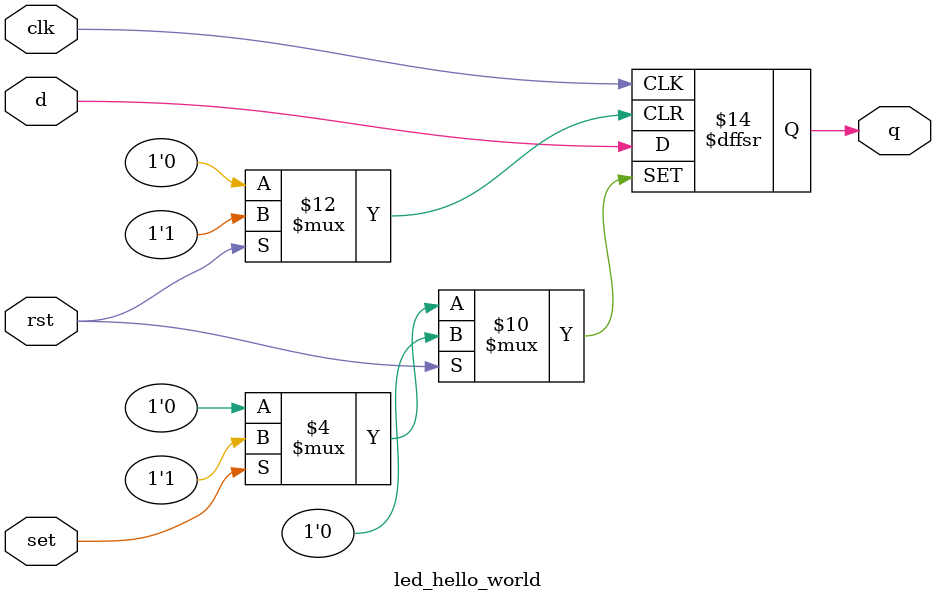
<source format=v>
module led_hello_world (input clk, set, rst, d, output reg q);
 
always @ (posedge clk or posedge rst or posedge set) 
    if(set)
        q <= 1'b1;
    else if (rst)
        q <= 1'b0;
    else
        q <= d; 
endmodule
</source>
